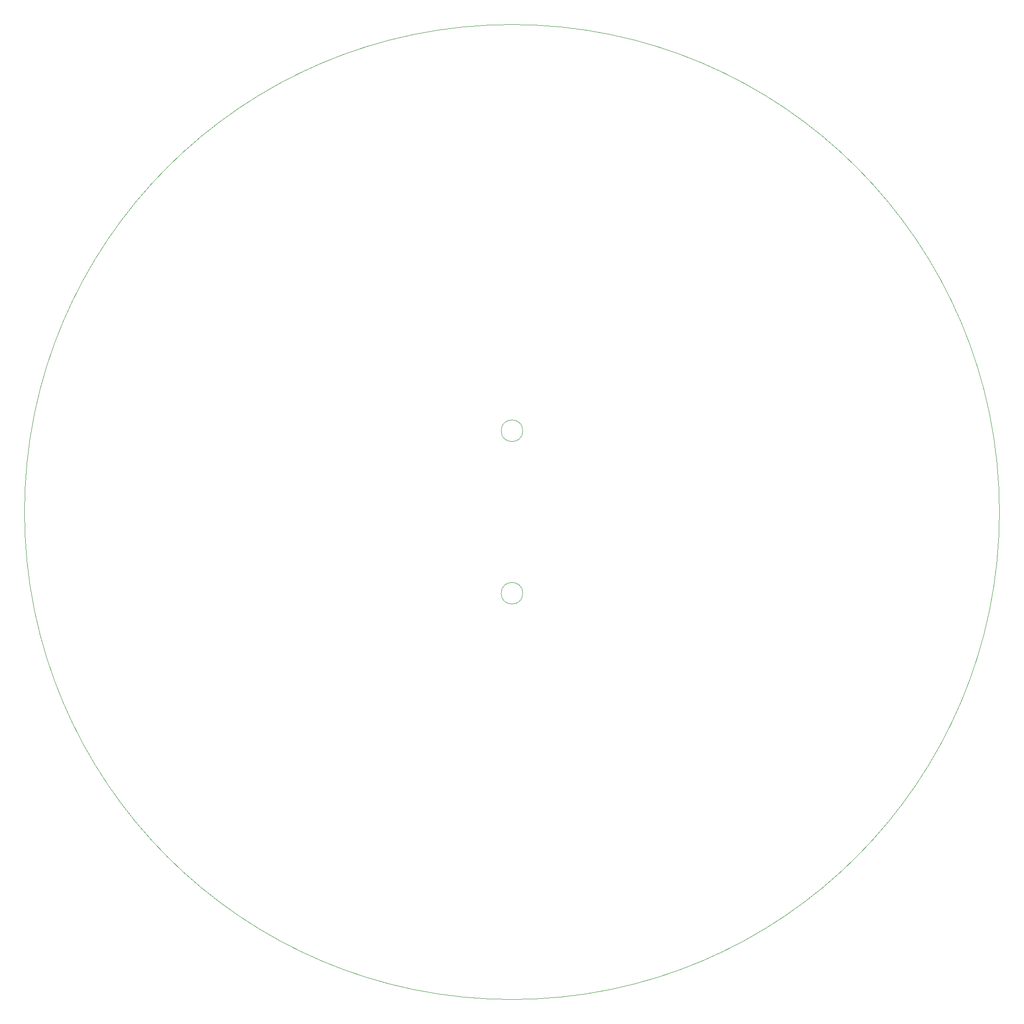
<source format=gbr>
%TF.GenerationSoftware,KiCad,Pcbnew,9.0.0*%
%TF.CreationDate,2025-04-03T19:14:32+05:30*%
%TF.ProjectId,12i(overall),31326928-6f76-4657-9261-6c6c292e6b69,rev?*%
%TF.SameCoordinates,Original*%
%TF.FileFunction,Profile,NP*%
%FSLAX46Y46*%
G04 Gerber Fmt 4.6, Leading zero omitted, Abs format (unit mm)*
G04 Created by KiCad (PCBNEW 9.0.0) date 2025-04-03 19:14:32*
%MOMM*%
%LPD*%
G01*
G04 APERTURE LIST*
%TA.AperFunction,Profile*%
%ADD10C,0.050000*%
%TD*%
G04 APERTURE END LIST*
D10*
X452000000Y-265000000D02*
G75*
G02*
X448000000Y-265000000I-2000000J0D01*
G01*
X448000000Y-265000000D02*
G75*
G02*
X452000000Y-265000000I2000000J0D01*
G01*
X452000000Y-235000000D02*
G75*
G02*
X448000000Y-235000000I-2000000J0D01*
G01*
X448000000Y-235000000D02*
G75*
G02*
X452000000Y-235000000I2000000J0D01*
G01*
X540000000Y-250000000D02*
G75*
G02*
X360000000Y-250000000I-90000000J0D01*
G01*
X360000000Y-250000000D02*
G75*
G02*
X540000000Y-250000000I90000000J0D01*
G01*
M02*

</source>
